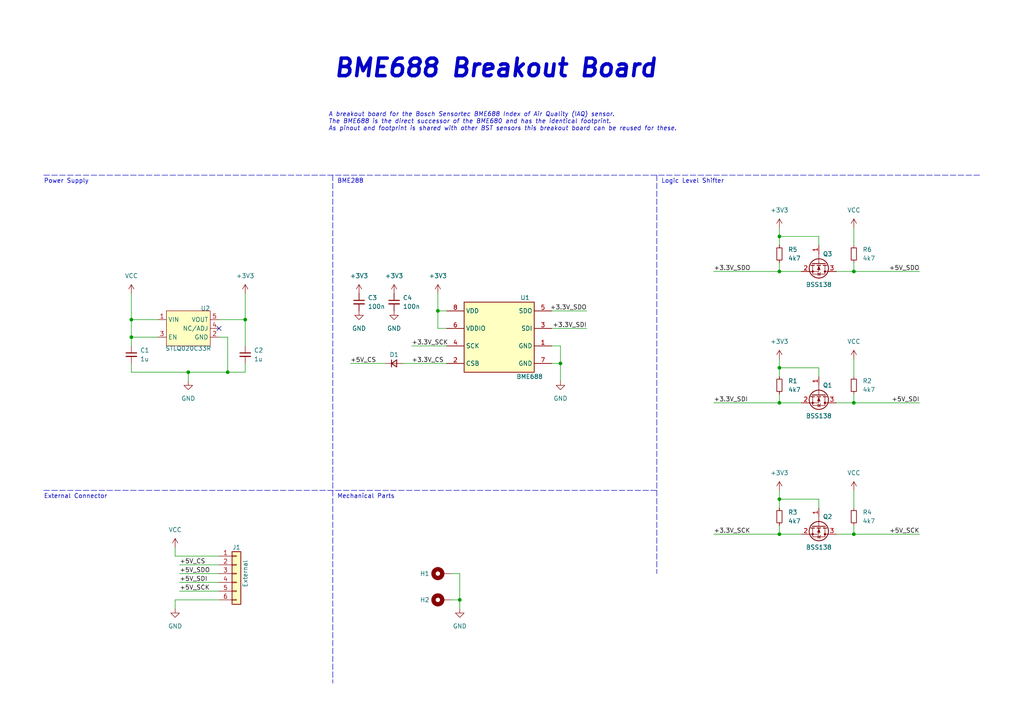
<source format=kicad_sch>
(kicad_sch (version 20211123) (generator eeschema)
  (paper "A4")
  (title_block (title "BME688 Breakout Adapter") (date "2022-04-04") (rev "2.0") (company "SmartHarz") (comment 1 "Benjamin Hüpeden"))
  (lib_symbols
    (symbol "BME688_Breakout_Board:BME688"
      (property "Reference" "U" (at 10.16 10.16 0))
      (property "Value" "BME688" (at 0 -10.16 0))
      (symbol "BME688_0_1"
        (rectangle (start -10.16 10.16) (end 10.16 -10.16) (stroke (width 0.254)) (fill (type background)))
      )
      (symbol "BME688_1_1"
        (pin power_in line (at 15.24 -2.54 180) (length 5.08) (name "GND") (number "1"))
        (pin input line (at -15.24 -7.62 0) (length 5.08) (name "CSB") (number "2"))
        (pin bidirectional line (at 15.24 2.54 180) (length 5.08) (name "SDI") (number "3"))
        (pin input line (at -15.24 -2.54 0) (length 5.08) (name "SCK") (number "4"))
        (pin bidirectional line (at 15.24 7.62 180) (length 5.08) (name "SDO") (number "5"))
        (pin power_in line (at -15.24 2.54 0) (length 5.08) (name "VDDIO") (number "6"))
        (pin power_in line (at 15.24 -7.62 180) (length 5.08) (name "GND") (number "7"))
        (pin power_in line (at -15.24 7.62 0) (length 5.08) (name "VDD") (number "8"))
      )
    )
    (symbol "BME688_Breakout_Board:STLQ020C33R"
      (property "Reference" "U" (at 6.35 5.08 0))
      (property "Value" "STLQ020C33R" (at 0 -5.08 0))
      (symbol "STLQ020C33R_0_0"
        (pin power_in line (at -8.89 2.54 0) (length 2.54) (name "VIN") (number "1"))
        (pin power_in line (at 8.89 -2.54 180) (length 2.54) (name "GND") (number "2"))
        (pin input line (at -8.89 -2.54 0) (length 2.54) (name "EN") (number "3"))
        (pin passive line (at 8.89 0 180) (length 2.54) (name "NC/ADJ") (number "4"))
        (pin power_in line (at 8.89 2.54 180) (length 2.54) (name "VOUT") (number "5"))
      )
      (symbol "STLQ020C33R_0_1"
        (rectangle (start -6.35 5.08) (end 6.35 -5.08) (fill (type background)))
      )
    )
    (symbol "Connector_Generic:Conn_01x06" (pin_names (offset 1.016) hide)
      (property "Reference" "J" (at 0 7.62 0))
      (property "Value" "Conn_01x06" (at 0 -10.16 0))
      (symbol "Conn_01x06_1_1"
        (rectangle (start -1.27 -7.493) (end 0 -7.747) (stroke (width 0.1524)))
        (rectangle (start -1.27 -4.953) (end 0 -5.207) (stroke (width 0.1524)))
        (rectangle (start -1.27 -2.413) (end 0 -2.667) (stroke (width 0.1524)))
        (rectangle (start -1.27 0.127) (end 0 -0.127) (stroke (width 0.1524)))
        (rectangle (start -1.27 2.667) (end 0 2.413) (stroke (width 0.1524)))
        (rectangle (start -1.27 5.207) (end 0 4.953) (stroke (width 0.1524)))
        (rectangle (start -1.27 6.35) (end 1.27 -8.89) (stroke (width 0.254)) (fill (type background)))
        (pin passive line (at -5.08 5.08 0) (length 3.81) (name "Pin_1") (number "1"))
        (pin passive line (at -5.08 2.54 0) (length 3.81) (name "Pin_2") (number "2"))
        (pin passive line (at -5.08 0 0) (length 3.81) (name "Pin_3") (number "3"))
        (pin passive line (at -5.08 -2.54 0) (length 3.81) (name "Pin_4") (number "4"))
        (pin passive line (at -5.08 -5.08 0) (length 3.81) (name "Pin_5") (number "5"))
        (pin passive line (at -5.08 -7.62 0) (length 3.81) (name "Pin_6") (number "6"))
      )
    )
    (symbol "Device:C_Small" (pin_numbers hide) (pin_names (offset 0.254) hide)
      (property "Reference" "C" (at 0.254 1.778 0))
      (property "Value" "C_Small" (at 0.254 -2.032 0))
      (symbol "C_Small_0_1"
        (polyline (pts (xy -1.524 -0.508) (xy 1.524 -0.508)) (stroke (width 0.3302)))
        (polyline (pts (xy -1.524 0.508) (xy 1.524 0.508)) (stroke (width 0.3048)))
      )
      (symbol "C_Small_1_1"
        (pin passive line (at 0 2.54 270) (length 2.032) (name "~") (number "1"))
        (pin passive line (at 0 -2.54 90) (length 2.032) (name "~") (number "2"))
      )
    )
    (symbol "Device:D_Small" (pin_numbers hide) (pin_names (offset 0.254) hide)
      (property "Reference" "D" (at -1.27 2.032 0))
      (property "Value" "D_Small" (at -3.81 -2.032 0))
      (symbol "D_Small_0_1"
        (polyline (pts (xy -0.762 -1.016) (xy -0.762 1.016)) (stroke (width 0.254)))
        (polyline (pts (xy -0.762 0) (xy 0.762 0)))
        (polyline (pts (xy 0.762 -1.016) (xy -0.762 0) (xy 0.762 1.016) (xy 0.762 -1.016)) (stroke (width 0.254)))
      )
      (symbol "D_Small_1_1"
        (pin passive line (at -2.54 0 0) (length 1.778) (name "K") (number "1"))
        (pin passive line (at 2.54 0 180) (length 1.778) (name "A") (number "2"))
      )
    )
    (symbol "Device:R_Small" (pin_numbers hide) (pin_names (offset 0.254) hide)
      (property "Reference" "R" (at 0.762 0.508 0))
      (property "Value" "R_Small" (at 0.762 -1.016 0))
      (symbol "R_Small_0_1"
        (rectangle (start -0.762 1.778) (end 0.762 -1.778) (stroke (width 0.2032)))
      )
      (symbol "R_Small_1_1"
        (pin passive line (at 0 2.54 270) (length 0.762) (name "~") (number "1"))
        (pin passive line (at 0 -2.54 90) (length 0.762) (name "~") (number "2"))
      )
    )
    (symbol "Mechanical:MountingHole_Pad" (pin_numbers hide) (pin_names (offset 1.016) hide)
      (property "Reference" "H" (at 0 6.35 0))
      (property "Value" "MountingHole_Pad" (at 0 4.445 0))
      (symbol "MountingHole_Pad_0_1"
        (circle (center 0 1.27) (radius 1.27) (stroke (width 1.27)))
      )
      (symbol "MountingHole_Pad_1_1"
        (pin input line (at 0 -2.54 90) (length 2.54) (name "1") (number "1"))
      )
    )
    (symbol "Transistor_FET:BSS138" (pin_names hide)
      (property "Reference" "Q" (at 5.08 1.905 0))
      (property "Value" "BSS138" (at 5.08 0 0))
      (symbol "BSS138_0_1"
        (polyline (pts (xy 0.254 0) (xy -2.54 0)))
        (polyline (pts (xy 0.254 1.905) (xy 0.254 -1.905)) (stroke (width 0.254)))
        (polyline (pts (xy 0.762 -1.27) (xy 0.762 -2.286)) (stroke (width 0.254)))
        (polyline (pts (xy 0.762 0.508) (xy 0.762 -0.508)) (stroke (width 0.254)))
        (polyline (pts (xy 0.762 2.286) (xy 0.762 1.27)) (stroke (width 0.254)))
        (polyline (pts (xy 2.54 2.54) (xy 2.54 1.778)))
        (polyline (pts (xy 2.54 -2.54) (xy 2.54 0) (xy 0.762 0)))
        (polyline (pts (xy 0.762 -1.778) (xy 3.302 -1.778) (xy 3.302 1.778) (xy 0.762 1.778)))
        (polyline (pts (xy 1.016 0) (xy 2.032 0.381) (xy 2.032 -0.381) (xy 1.016 0)) (fill (type outline)))
        (polyline (pts (xy 2.794 0.508) (xy 2.921 0.381) (xy 3.683 0.381) (xy 3.81 0.254)))
        (polyline (pts (xy 3.302 0.381) (xy 2.921 -0.254) (xy 3.683 -0.254) (xy 3.302 0.381)))
        (circle (center 1.651 0) (radius 2.794) (stroke (width 0.254)))
        (circle (center 2.54 -1.778) (radius 0.254) (fill (type outline)))
        (circle (center 2.54 1.778) (radius 0.254) (fill (type outline)))
      )
      (symbol "BSS138_1_1"
        (pin input line (at -5.08 0 0) (length 2.54) (name "G") (number "1"))
        (pin passive line (at 2.54 -5.08 90) (length 2.54) (name "S") (number "2"))
        (pin passive line (at 2.54 5.08 270) (length 2.54) (name "D") (number "3"))
      )
    )
    (symbol "power:+3.3V" (power) (pin_names (offset 0))
      (property "Value" "+3.3V" (at 0 3.556 0))
      (symbol "+3.3V_0_1"
        (polyline (pts (xy -0.762 1.27) (xy 0 2.54)))
        (polyline (pts (xy 0 0) (xy 0 2.54)))
        (polyline (pts (xy 0 2.54) (xy 0.762 1.27)))
      )
      (symbol "+3.3V_1_1"
        (pin power_in line (at 0 0 90) (length 0) hide (name "+3V3") (number "1"))
      )
    )
    (symbol "power:GND" (power) (pin_names (offset 0))
      (property "Value" "GND" (at 0 -3.81 0))
      (symbol "GND_0_1"
        (polyline (pts (xy 0 0) (xy 0 -1.27) (xy 1.27 -1.27) (xy 0 -2.54) (xy -1.27 -1.27) (xy 0 -1.27)))
      )
      (symbol "GND_1_1"
        (pin power_in line (at 0 0 270) (length 0) hide (name "GND") (number "1"))
      )
    )
    (symbol "power:VCC" (power) (pin_names (offset 0))
      (property "Value" "VCC" (at 0 3.81 0))
      (symbol "VCC_0_1"
        (polyline (pts (xy -0.762 1.27) (xy 0 2.54)))
        (polyline (pts (xy 0 0) (xy 0 2.54)))
        (polyline (pts (xy 0 2.54) (xy 0.762 1.27)))
      )
      (symbol "VCC_1_1"
        (pin power_in line (at 0 0 90) (length 0) hide (name "VCC") (number "1"))
      )
    )
  )
  (junction (at 162.56 105.41))
  (junction (at 66.04 107.95))
  (junction (at 226.06 154.94))
  (junction (at 226.06 144.78))
  (junction (at 247.65 116.84))
  (junction (at 247.65 78.74))
  (junction (at 71.12 92.71))
  (junction (at 127 90.17))
  (junction (at 226.06 68.58))
  (junction (at 133.35 173.99))
  (junction (at 38.1 92.71))
  (junction (at 38.1 97.79))
  (junction (at 226.06 78.74))
  (junction (at 226.06 116.84))
  (junction (at 247.65 154.94))
  (junction (at 54.61 107.95))
  (junction (at 226.06 106.68))
  (no_connect (at 63.5 95.25))
  (wire (pts (xy 38.1 92.71) (xy 38.1 97.79)))
  (wire (pts (xy 111.76 105.41) (xy 101.6 105.41)))
  (wire (pts (xy 237.49 144.78) (xy 226.06 144.78)))
  (wire (pts (xy 226.06 154.94) (xy 226.06 152.4)))
  (wire (pts (xy 226.06 66.04) (xy 226.06 68.58)))
  (polyline (pts (xy 12.7 142.24) (xy 190.5 142.24)))
  (wire (pts (xy 63.5 97.79) (xy 66.04 97.79)))
  (wire (pts (xy 71.12 92.71) (xy 71.12 100.33)))
  (wire (pts (xy 242.57 154.94) (xy 247.65 154.94)))
  (wire (pts (xy 52.07 168.91) (xy 63.5 168.91)))
  (wire (pts (xy 66.04 107.95) (xy 54.61 107.95)))
  (wire (pts (xy 63.5 92.71) (xy 71.12 92.71)))
  (wire (pts (xy 247.65 78.74) (xy 247.65 76.2)))
  (wire (pts (xy 71.12 107.95) (xy 66.04 107.95)))
  (wire (pts (xy 266.7 116.84) (xy 247.65 116.84)))
  (wire (pts (xy 226.06 142.24) (xy 226.06 144.78)))
  (wire (pts (xy 50.8 173.99) (xy 50.8 176.53)))
  (wire (pts (xy 71.12 105.41) (xy 71.12 107.95)))
  (wire (pts (xy 50.8 161.29) (xy 50.8 158.75)))
  (polyline (pts (xy 96.52 142.24) (xy 96.52 198.12)))
  (wire (pts (xy 242.57 78.74) (xy 247.65 78.74)))
  (wire (pts (xy 160.02 105.41) (xy 162.56 105.41)))
  (wire (pts (xy 247.65 154.94) (xy 247.65 152.4)))
  (polyline (pts (xy 12.7 50.8) (xy 284.48 50.8)))
  (wire (pts (xy 226.06 78.74) (xy 226.06 76.2)))
  (wire (pts (xy 127 90.17) (xy 127 85.09)))
  (polyline (pts (xy 96.52 50.8) (xy 96.52 142.24)))
  (polyline (pts (xy 190.5 142.24) (xy 190.5 166.37)))
  (wire (pts (xy 130.81 166.37) (xy 133.35 166.37)))
  (wire (pts (xy 38.1 92.71) (xy 45.72 92.71)))
  (wire (pts (xy 130.81 173.99) (xy 133.35 173.99)))
  (wire (pts (xy 232.41 116.84) (xy 226.06 116.84)))
  (wire (pts (xy 66.04 97.79) (xy 66.04 107.95)))
  (wire (pts (xy 133.35 166.37) (xy 133.35 173.99)))
  (wire (pts (xy 127 95.25) (xy 127 90.17)))
  (wire (pts (xy 54.61 107.95) (xy 54.61 110.49)))
  (wire (pts (xy 129.54 95.25) (xy 127 95.25)))
  (wire (pts (xy 247.65 66.04) (xy 247.65 71.12)))
  (wire (pts (xy 63.5 173.99) (xy 50.8 173.99)))
  (wire (pts (xy 133.35 173.99) (xy 133.35 176.53)))
  (wire (pts (xy 38.1 97.79) (xy 45.72 97.79)))
  (wire (pts (xy 207.01 116.84) (xy 226.06 116.84)))
  (wire (pts (xy 207.01 78.74) (xy 226.06 78.74)))
  (wire (pts (xy 237.49 147.32) (xy 237.49 144.78)))
  (wire (pts (xy 226.06 144.78) (xy 226.06 147.32)))
  (wire (pts (xy 160.02 90.17) (xy 170.18 90.17)))
  (wire (pts (xy 237.49 109.22) (xy 237.49 106.68)))
  (wire (pts (xy 247.65 104.14) (xy 247.65 109.22)))
  (wire (pts (xy 38.1 97.79) (xy 38.1 100.33)))
  (wire (pts (xy 38.1 85.09) (xy 38.1 92.71)))
  (polyline (pts (xy 190.5 50.8) (xy 190.5 142.24)))
  (wire (pts (xy 52.07 171.45) (xy 63.5 171.45)))
  (wire (pts (xy 162.56 110.49) (xy 162.56 105.41)))
  (wire (pts (xy 116.84 105.41) (xy 129.54 105.41)))
  (wire (pts (xy 237.49 71.12) (xy 237.49 68.58)))
  (wire (pts (xy 266.7 154.94) (xy 247.65 154.94)))
  (wire (pts (xy 119.38 100.33) (xy 129.54 100.33)))
  (wire (pts (xy 38.1 107.95) (xy 54.61 107.95)))
  (wire (pts (xy 71.12 85.09) (xy 71.12 92.71)))
  (wire (pts (xy 232.41 154.94) (xy 226.06 154.94)))
  (wire (pts (xy 52.07 166.37) (xy 63.5 166.37)))
  (wire (pts (xy 52.07 163.83) (xy 63.5 163.83)))
  (wire (pts (xy 247.65 116.84) (xy 247.65 114.3)))
  (wire (pts (xy 226.06 68.58) (xy 226.06 71.12)))
  (wire (pts (xy 242.57 116.84) (xy 247.65 116.84)))
  (wire (pts (xy 266.7 78.74) (xy 247.65 78.74)))
  (wire (pts (xy 247.65 142.24) (xy 247.65 147.32)))
  (wire (pts (xy 162.56 100.33) (xy 160.02 100.33)))
  (wire (pts (xy 237.49 68.58) (xy 226.06 68.58)))
  (wire (pts (xy 50.8 161.29) (xy 63.5 161.29)))
  (wire (pts (xy 226.06 116.84) (xy 226.06 114.3)))
  (wire (pts (xy 129.54 90.17) (xy 127 90.17)))
  (wire (pts (xy 226.06 106.68) (xy 226.06 109.22)))
  (wire (pts (xy 237.49 106.68) (xy 226.06 106.68)))
  (wire (pts (xy 38.1 105.41) (xy 38.1 107.95)))
  (wire (pts (xy 226.06 104.14) (xy 226.06 106.68)))
  (wire (pts (xy 162.56 105.41) (xy 162.56 100.33)))
  (wire (pts (xy 232.41 78.74) (xy 226.06 78.74)))
  (wire (pts (xy 170.18 95.25) (xy 160.02 95.25)))
  (wire (pts (xy 207.01 154.94) (xy 226.06 154.94)))
  (text "Power Supply" (at 12.7 53.34 0) (effects (font (size 1.27 1.27)) (justify left bottom)))
  (text "External Connector" (at 12.7 144.78 0) (effects (font (size 1.27 1.27)) (justify left bottom)))
  (text "BME688 Breakout Board" (at 96.52 22.86 0) (effects (font (size 5.08 5.08) (thickness 1.016) bold italic) (justify left bottom)))
  (text "BME288" (at 97.79 53.34 0) (effects (font (size 1.27 1.27)) (justify left bottom)))
  (text "Mechanical Parts" (at 97.79 144.78 0) (effects (font (size 1.27 1.27)) (justify left bottom)))
  (text "A breakout board for the Bosch Sensortec BME688 Index of Air Quality (IAQ) sensor.\nThe BME688 is the direct successor of the BME680 and has the identical footprint.\nAs pinout and footprint is shared with other BST sensors this breakout board can be reused for these." (at 95.25 38.1 0) (effects (font (size 1.27 1.27) italic) (justify left bottom)))
  (text "Logic Level Shifter" (at 191.77 53.34 0) (effects (font (size 1.27 1.27)) (justify left bottom)))
  (label "+5V_SDO" (at 52.07 166.37 0))
  (label "+3.3V_SDO" (at 170.18 90.17 180))
  (label "+5V_SDO" (at 266.7 78.74 180))
  (label "+5V_SCK" (at 52.07 171.45 0))
  (label "+5V_CS" (at 101.6 105.41 0))
  (label "+3.3V_SDI" (at 170.18 95.25 180))
  (label "+3.3V_SDI" (at 207.01 116.84 0))
  (label "+5V_SDI" (at 52.07 168.91 0))
  (label "+3.3V_CS" (at 119.38 105.41 0))
  (label "+5V_SCK" (at 266.7 154.94 180))
  (label "+5V_SDI" (at 266.7 116.84 180))
  (label "+3.3V_SCK" (at 119.38 100.33 0))
  (label "+5V_CS" (at 52.07 163.83 0))
  (label "+3.3V_SCK" (at 207.01 154.94 0))
  (label "+3.3V_SDO" (at 207.01 78.74 0))
  (symbol (lib_id "Device:D_Small") (at 114.3 105.41 0) (mirror x) (unit 1)
    (property "Reference" "D1" (at 114.3 102.87 0))
    (property "Value" "Diode" (effects hide))
    (property "Footprint" "Diode_SMD:D_0402_1005Metric" (effects hide))
  )
  (symbol (lib_id "Transistor_FET:BSS138") (at 237.49 152.4 270) (unit 1)
    (property "Reference" "Q2" (at 240.03 149.86 90))
    (property "Value" "BSS138" (at 237.49 158.75 90))
    (property "Footprint" "Package_TO_SOT_SMD:SOT-23" (effects hide))
    (property "Datasheet" "https://www.onsemi.com/pub/Collateral/BSS138-D.PDF" (effects hide))
  )
  (symbol (lib_id "Mechanical:MountingHole_Pad") (at 128.27 166.37 90) (unit 1)
    (property "Reference" "H1" (at 123.19 166.37 90))
    (property "Value" "MountingHole_Pad" (effects hide))
    (property "Footprint" "MountingHole:MountingHole_2.5mm_Pad_Via" (effects hide))
  )
  (symbol (lib_id "power:VCC") (at 247.65 142.24 0) (unit 1)
    (property "Reference" "#PWR05" (effects hide))
    (property "Value" "VCC" (at 247.65 137.16 0))
  )
  (symbol (lib_id "power:+3.3V") (at 226.06 66.04 0) (unit 1)
    (property "Reference" "#PWR07" (effects hide))
    (property "Value" "+3.3V" (at 226.06 60.96 0))
  )
  (symbol (lib_id "power:GND") (at 104.14 90.17 0) (unit 1)
    (property "Reference" "#PWR015" (effects hide))
    (property "Value" "GND" (at 104.14 95.25 0))
  )
  (symbol (lib_id "BME688_Breakout_Board:STLQ020C33R") (at 54.61 95.25 0) (unit 1)
    (property "Reference" "U2" (at 60.96 90.17 0) (effects (justify right bottom)))
    (property "Value" "STLQ020C33R" (at 54.61 100.33 0) (effects (justify top)))
    (property "Footprint" "BME688_Breakout_Board:SOT323-5L" (effects hide))
    (property "Datasheet" "https://www.st.com/resource/en/datasheet/stlq020.pdf" (effects hide))
    (property "Description" "LDO Voltage Regulators 200 mA ultra-low quiescent current LDO" (effects hide))
    (property "Height" "1.1" (effects hide))
    (property "Mouser Part Number" "511-STLQ020J33R" (effects hide))
    (property "Mouser Price/Stock" "https://www.mouser.co.uk/ProductDetail/STMicroelectronics/STLQ020J33R?qs=u4fy%2FsgLU9Md%252B643lR9WRg%3D%3D" (effects hide))
    (property "Manufacturer_Name" "STMicroelectronics" (effects hide))
    (property "Manufacturer_Part_Number" "STLQ020J33R" (effects hide))
  )
  (symbol (lib_id "power:VCC") (at 50.8 158.75 0) (unit 1)
    (property "Reference" "#PWR011" (effects hide))
    (property "Value" "VCC" (at 50.8 153.67 0))
  )
  (symbol (lib_id "Transistor_FET:BSS138") (at 237.49 76.2 270) (unit 1)
    (property "Reference" "Q3" (at 240.03 73.66 90))
    (property "Value" "BSS138" (at 237.49 82.55 90))
    (property "Footprint" "Package_TO_SOT_SMD:SOT-23" (effects hide))
    (property "Datasheet" "https://www.onsemi.com/pub/Collateral/BSS138-D.PDF" (effects hide))
  )
  (symbol (lib_id "power:+3.3V") (at 114.3 85.09 0) (unit 1)
    (property "Reference" "#PWR013" (effects hide))
    (property "Value" "+3.3V" (at 114.3 80.01 0))
  )
  (symbol (lib_id "BME688_Breakout_Board:BME688") (at 144.78 97.79 0) (unit 1)
    (property "Reference" "U1" (at 153.67 86.36 0) (effects (justify right)))
    (property "Value" "BME688" (at 157.48 109.22 0) (effects (justify right)))
    (property "Footprint" "Package_LGA:Bosch_LGA-8_3x3mm_P0.8mm_ClockwisePinNumbering" (effects hide))
    (property "Datasheet" "https://www.bosch-sensortec.com/media/boschsensortec/downloads/datasheets/bst-bme688-ds000.pdf" (effects hide))
  )
  (symbol (lib_id "Device:R_Small") (at 247.65 111.76 0) (unit 1)
    (property "Reference" "R2" (at 250.19 110.4899 0) (effects (justify left)))
    (property "Value" "4k7" (at 250.19 113.0299 0) (effects (justify left)))
    (property "Footprint" "Resistor_SMD:R_0402_1005Metric" (effects hide))
  )
  (symbol (lib_id "power:VCC") (at 247.65 66.04 0) (unit 1)
    (property "Reference" "#PWR08" (effects hide))
    (property "Value" "VCC" (at 247.65 60.96 0))
  )
  (symbol (lib_id "Device:C_Small") (at 114.3 87.63 0) (unit 1)
    (property "Reference" "C4" (at 116.84 86.3662 0) (effects (justify left)))
    (property "Value" "100n" (at 116.84 88.9062 0) (effects (justify left)))
    (property "Footprint" "Capacitor_SMD:C_0402_1005Metric" (effects hide))
  )
  (symbol (lib_id "Device:C_Small") (at 104.14 87.63 0) (unit 1)
    (property "Reference" "C3" (at 106.68 86.3662 0) (effects (justify left)))
    (property "Value" "100n" (at 106.68 88.9062 0) (effects (justify left)))
    (property "Footprint" "Capacitor_SMD:C_0402_1005Metric" (effects hide))
  )
  (symbol (lib_id "power:GND") (at 54.61 110.49 0) (unit 1)
    (property "Reference" "#PWR014" (effects hide))
    (property "Value" "GND" (at 54.61 115.57 0))
  )
  (symbol (lib_id "power:+3.3V") (at 226.06 142.24 0) (unit 1)
    (property "Reference" "#PWR04" (effects hide))
    (property "Value" "+3.3V" (at 226.06 137.16 0))
  )
  (symbol (lib_id "Device:R_Small") (at 226.06 149.86 0) (unit 1)
    (property "Reference" "R3" (at 228.6 148.5899 0) (effects (justify left)))
    (property "Value" "4k7" (at 228.6 151.1299 0) (effects (justify left)))
    (property "Footprint" "Resistor_SMD:R_0402_1005Metric" (effects hide))
  )
  (symbol (lib_id "power:+3.3V") (at 226.06 104.14 0) (unit 1)
    (property "Reference" "#PWR02" (effects hide))
    (property "Value" "+3.3V" (at 226.06 99.06 0))
  )
  (symbol (lib_id "Device:R_Small") (at 226.06 73.66 0) (unit 1)
    (property "Reference" "R5" (at 228.6 72.3899 0) (effects (justify left)))
    (property "Value" "4k7" (at 228.6 74.9299 0) (effects (justify left)))
    (property "Footprint" "Resistor_SMD:R_0402_1005Metric" (effects hide))
  )
  (symbol (lib_id "Device:R_Small") (at 247.65 73.66 0) (unit 1)
    (property "Reference" "R6" (at 250.19 72.3899 0) (effects (justify left)))
    (property "Value" "4k7" (at 250.19 74.9299 0) (effects (justify left)))
    (property "Footprint" "Resistor_SMD:R_0402_1005Metric" (effects hide))
  )
  (symbol (lib_id "Connector_Generic:Conn_01x06") (at 68.58 166.37 0) (unit 1)
    (property "Reference" "J1" (at 68.58 158.75 0))
    (property "Value" "External" (at 71.12 166.37 90))
    (property "Footprint" "Connector_PinHeader_2.54mm:PinHeader_1x06_P2.54mm_Vertical" (effects hide))
  )
  (symbol (lib_id "power:+3.3V") (at 127 85.09 0) (unit 1)
    (property "Reference" "#PWR01" (effects hide))
    (property "Value" "+3.3V" (at 127 80.01 0))
  )
  (symbol (lib_id "Device:R_Small") (at 226.06 111.76 0) (unit 1)
    (property "Reference" "R1" (at 228.6 110.4899 0) (effects (justify left)))
    (property "Value" "4k7" (at 228.6 113.0299 0) (effects (justify left)))
    (property "Footprint" "Resistor_SMD:R_0402_1005Metric" (effects hide))
  )
  (symbol (lib_id "Device:C_Small") (at 38.1 102.87 0) (unit 1)
    (property "Reference" "C1" (at 40.64 101.6062 0) (effects (justify left)))
    (property "Value" "1u" (at 40.64 104.1462 0) (effects (justify left)))
    (property "Footprint" "Capacitor_SMD:C_0402_1005Metric" (effects hide))
  )
  (symbol (lib_id "Device:R_Small") (at 247.65 149.86 0) (unit 1)
    (property "Reference" "R4" (at 250.19 148.5899 0) (effects (justify left)))
    (property "Value" "4k7" (at 250.19 151.1299 0) (effects (justify left)))
    (property "Footprint" "Resistor_SMD:R_0402_1005Metric" (effects hide))
  )
  (symbol (lib_id "Transistor_FET:BSS138") (at 237.49 114.3 270) (unit 1)
    (property "Reference" "Q1" (at 240.03 111.76 90))
    (property "Value" "BSS138" (at 237.49 120.65 90))
    (property "Footprint" "Package_TO_SOT_SMD:SOT-23" (effects hide))
    (property "Datasheet" "https://www.onsemi.com/pub/Collateral/BSS138-D.PDF" (effects hide))
  )
  (symbol (lib_id "power:+3.3V") (at 104.14 85.09 0) (unit 1)
    (property "Reference" "#PWR012" (effects hide))
    (property "Value" "+3.3V" (at 104.14 80.01 0))
  )
  (symbol (lib_id "Mechanical:MountingHole_Pad") (at 128.27 173.99 90) (unit 1)
    (property "Reference" "H2" (at 123.19 173.99 90))
    (property "Value" "MountingHole_Pad" (effects hide))
    (property "Footprint" "MountingHole:MountingHole_2.5mm_Pad_Via" (effects hide))
  )
  (symbol (lib_id "power:VCC") (at 38.1 85.09 0) (unit 1)
    (property "Reference" "#PWR09" (effects hide))
    (property "Value" "VCC" (at 38.1 80.01 0))
  )
  (symbol (lib_id "power:GND") (at 162.56 110.49 0) (unit 1)
    (property "Reference" "#PWR06" (effects hide))
    (property "Value" "GND" (at 162.56 115.57 0))
  )
  (symbol (lib_id "power:GND") (at 50.8 176.53 0) (unit 1)
    (property "Reference" "#PWR016" (effects hide))
    (property "Value" "GND" (at 50.8 181.61 0))
  )
  (symbol (lib_id "power:+3.3V") (at 71.12 85.09 0) (unit 1)
    (property "Reference" "#PWR010" (effects hide))
    (property "Value" "+3.3V" (at 71.12 80.01 0))
  )
  (symbol (lib_id "power:VCC") (at 247.65 104.14 0) (unit 1)
    (property "Reference" "#PWR03" (effects hide))
    (property "Value" "VCC" (at 247.65 99.06 0))
  )
  (symbol (lib_id "power:GND") (at 114.3 90.17 0) (unit 1)
    (property "Reference" "#PWR018" (effects hide))
    (property "Value" "GND" (at 114.3 95.25 0))
  )
  (symbol (lib_id "Device:C_Small") (at 71.12 102.87 0) (unit 1)
    (property "Reference" "C2" (at 73.66 101.6062 0) (effects (justify left)))
    (property "Value" "1u" (at 73.66 104.1462 0) (effects (justify left)))
    (property "Footprint" "Capacitor_SMD:C_0402_1005Metric" (effects hide))
  )
  (symbol (lib_id "power:GND") (at 133.35 176.53 0) (unit 1)
    (property "Reference" "#PWR017" (effects hide))
    (property "Value" "GND" (at 133.35 181.61 0))
  )
)
</source>
